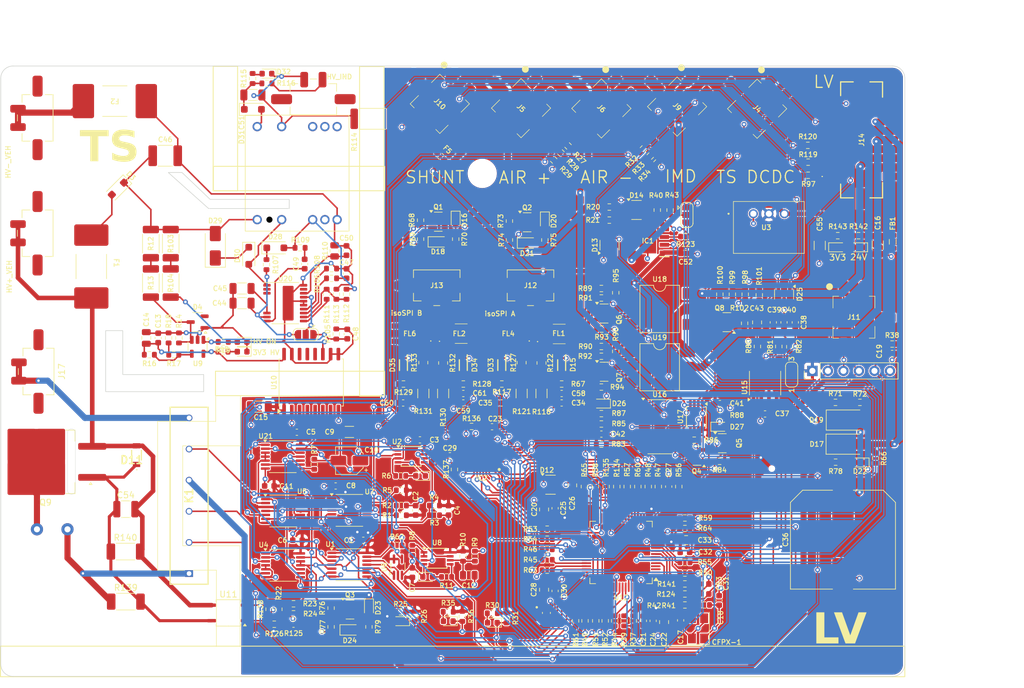
<source format=kicad_pcb>
(kicad_pcb
	(version 20240108)
	(generator "pcbnew")
	(generator_version "8.0")
	(general
		(thickness 1.6)
		(legacy_teardrops no)
	)
	(paper "A4")
	(layers
		(0 "F.Cu" signal)
		(1 "In1.Cu" signal)
		(2 "In2.Cu" signal)
		(31 "B.Cu" signal)
		(32 "B.Adhes" user "B.Adhesive")
		(33 "F.Adhes" user "F.Adhesive")
		(34 "B.Paste" user)
		(35 "F.Paste" user)
		(36 "B.SilkS" user "B.Silkscreen")
		(37 "F.SilkS" user "F.Silkscreen")
		(38 "B.Mask" user)
		(39 "F.Mask" user)
		(40 "Dwgs.User" user "User.Drawings")
		(41 "Cmts.User" user "User.Comments")
		(42 "Eco1.User" user "User.Eco1")
		(43 "Eco2.User" user "User.Eco2")
		(44 "Edge.Cuts" user)
		(45 "Margin" user)
		(46 "B.CrtYd" user "B.Courtyard")
		(47 "F.CrtYd" user "F.Courtyard")
		(48 "B.Fab" user)
		(49 "F.Fab" user)
		(50 "User.1" user)
		(51 "User.2" user)
		(52 "User.3" user)
		(53 "User.4" user)
		(54 "User.5" user)
		(55 "User.6" user)
		(56 "User.7" user)
		(57 "User.8" user)
		(58 "User.9" user)
	)
	(setup
		(stackup
			(layer "F.SilkS"
				(type "Top Silk Screen")
			)
			(layer "F.Paste"
				(type "Top Solder Paste")
			)
			(layer "F.Mask"
				(type "Top Solder Mask")
				(thickness 0.01)
			)
			(layer "F.Cu"
				(type "copper")
				(thickness 0.035)
			)
			(layer "dielectric 1"
				(type "prepreg")
				(thickness 0.1)
				(material "FR4")
				(epsilon_r 4.5)
				(loss_tangent 0.02)
			)
			(layer "In1.Cu"
				(type "copper")
				(thickness 0.035)
			)
			(layer "dielectric 2"
				(type "core")
				(thickness 1.24)
				(material "FR4")
				(epsilon_r 4.5)
				(loss_tangent 0.02)
			)
			(layer "In2.Cu"
				(type "copper")
				(thickness 0.035)
			)
			(layer "dielectric 3"
				(type "prepreg")
				(thickness 0.1)
				(material "FR4")
				(epsilon_r 4.5)
				(loss_tangent 0.02)
			)
			(layer "B.Cu"
				(type "copper")
				(thickness 0.035)
			)
			(layer "B.Mask"
				(type "Bottom Solder Mask")
				(thickness 0.01)
			)
			(layer "B.Paste"
				(type "Bottom Solder Paste")
			)
			(layer "B.SilkS"
				(type "Bottom Silk Screen")
			)
			(copper_finish "None")
			(dielectric_constraints no)
		)
		(pad_to_mask_clearance 0)
		(allow_soldermask_bridges_in_footprints no)
		(pcbplotparams
			(layerselection 0x00010fc_ffffffff)
			(plot_on_all_layers_selection 0x0000000_00000000)
			(disableapertmacros no)
			(usegerberextensions no)
			(usegerberattributes yes)
			(usegerberadvancedattributes yes)
			(creategerberjobfile yes)
			(dashed_line_dash_ratio 12.000000)
			(dashed_line_gap_ratio 3.000000)
			(svgprecision 4)
			(plotframeref no)
			(viasonmask no)
			(mode 1)
			(useauxorigin no)
			(hpglpennumber 1)
			(hpglpenspeed 20)
			(hpglpendiameter 15.000000)
			(pdf_front_fp_property_popups yes)
			(pdf_back_fp_property_popups yes)
			(dxfpolygonmode yes)
			(dxfimperialunits yes)
			(dxfusepcbnewfont yes)
			(psnegative no)
			(psa4output no)
			(plotreference yes)
			(plotvalue yes)
			(plotfptext yes)
			(plotinvisibletext no)
			(sketchpadsonfab no)
			(subtractmaskfromsilk no)
			(outputformat 1)
			(mirror no)
			(drillshape 1)
			(scaleselection 1)
			(outputdirectory "")
		)
	)
	(net 0 "")
	(net 1 "GND")
	(net 2 "+3V3")
	(net 3 "Net-(U8-~{PRE})")
	(net 4 "Net-(U8-~{CLR})")
	(net 5 "/TSAL/HV_Active_Detection/3V3_HV")
	(net 6 "HV-_Vehicle_Side")
	(net 7 "Net-(C17-Pad2)")
	(net 8 "/MCU/RCC_OSC_OUT")
	(net 9 "/MCU/NRST")
	(net 10 "Net-(C26-Pad2)")
	(net 11 "Net-(C28-Pad2)")
	(net 12 "Net-(J10-Pin_4)")
	(net 13 "/MCU/LV_I_measure")
	(net 14 "/CAN_Transceiver/CarCAN_HIGH")
	(net 15 "/CAN_Transceiver/V_{ref}")
	(net 16 "Net-(Q8-G)")
	(net 17 "Net-(JP2-B)")
	(net 18 "Net-(U20-INTVcc)")
	(net 19 "HV+_Vehicle_Side_Fused")
	(net 20 "Net-(C47-Pad1)")
	(net 21 "/HV_Indicator/ENABLE")
	(net 22 "Net-(C49-Pad1)")
	(net 23 "Net-(U20-DCM)")
	(net 24 "Net-(U20-SOURCE)")
	(net 25 "Net-(D32-K)")
	(net 26 "Net-(D31-K)")
	(net 27 "Net-(D1-A)")
	(net 28 "Net-(D2-A)")
	(net 29 "/TSAL/HV_Active_Detection/HV_1")
	(net 30 "Net-(D4-K)")
	(net 31 "Net-(D5-A)")
	(net 32 "Net-(D6-A)")
	(net 33 "/MCU/Precharge_Closed")
	(net 34 "Net-(D7-A)")
	(net 35 "Net-(D8-A)")
	(net 36 "/MCU/AIR+_Closed")
	(net 37 "Net-(D9-A)")
	(net 38 "/MCU/AIR-_Closed")
	(net 39 "Net-(D19-A)")
	(net 40 "Net-(D16-A)")
	(net 41 "/Relay_Driver/Relay_2")
	(net 42 "/Relay_Driver/Relay_1")
	(net 43 "/Relay_0")
	(net 44 "/MCU/TEMP_TSDCDC")
	(net 45 "/Relay_Driver/Relay_3")
	(net 46 "Net-(D20-A)")
	(net 47 "Net-(D22-A)")
	(net 48 "Net-(D23-A)")
	(net 49 "/Relay_Driver/Relay_4")
	(net 50 "Net-(D26-A)")
	(net 51 "Net-(D27-A)")
	(net 52 "Net-(D28-K)")
	(net 53 "Net-(D28-A)")
	(net 54 "Net-(D29-A1)")
	(net 55 "Net-(D30-A)")
	(net 56 "Net-(D31-A)")
	(net 57 "Net-(D32-A)")
	(net 58 "/CAN_Transceiver/CarCAN_LOW")
	(net 59 "/IO/IMD_M")
	(net 60 "+24V")
	(net 61 "Net-(J14-Pin_2)")
	(net 62 "unconnected-(IC1-IS-Pad4)")
	(net 63 "Net-(IC1-DEN)")
	(net 64 "unconnected-(IC1-NC-Pad5)")
	(net 65 "/IO/IMD_Power")
	(net 66 "Net-(U12-PB15)")
	(net 67 "/IO/TSAL_GREEN")
	(net 68 "/MCU/~{AMS_ERROR_LED}")
	(net 69 "/MCU/~{IMD_ERROR_LED}")
	(net 70 "Net-(J14-Pin_3)")
	(net 71 "Net-(J14-Pin_5)")
	(net 72 "/MCU/Trace_SWO")
	(net 73 "/MCU/SWDIO_1")
	(net 74 "/MCU/SWCLK_1")
	(net 75 "Net-(JP1-C)")
	(net 76 "Net-(JP2-C)")
	(net 77 "Net-(JP3-C)")
	(net 78 "Net-(Q1-G)")
	(net 79 "Net-(Q2-G)")
	(net 80 "Net-(Q3-G)")
	(net 81 "/SDC_Latching/~{AMS_Error}")
	(net 82 "Net-(Q4-D)")
	(net 83 "/SDC_Latching/~{IMD_Error}")
	(net 84 "Net-(Q5-D)")
	(net 85 "Net-(Q6-G)")
	(net 86 "Net-(Q6-D)")
	(net 87 "Net-(Q7-D)")
	(net 88 "Net-(Q7-G)")
	(net 89 "Net-(Q8-D)")
	(net 90 "Net-(Q8-S)")
	(net 91 "/TSAL/Comp_Ref_Low")
	(net 92 "/TSAL/Comp_Ref_Closed")
	(net 93 "/TSAL/Relay_State_Detection/~{Short}")
	(net 94 "/TSAL/~{TS_Error}")
	(net 95 "Net-(U8-C)")
	(net 96 "/MCU/TS_Error")
	(net 97 "Net-(R12-Pad2)")
	(net 98 "Net-(U9--)")
	(net 99 "Net-(R17-Pad2)")
	(net 100 "Net-(U10-IND)")
	(net 101 "/Relay_Driver/aux_out0")
	(net 102 "/Relay_Driver/aux_in0")
	(net 103 "/Relay_Driver/aux_out1")
	(net 104 "/Relay_Driver/aux_in1")
	(net 105 "/Relay_Driver/aux_out2")
	(net 106 "/Relay_Driver/aux_in2")
	(net 107 "/MCU/SDC_closed")
	(net 108 "Net-(U12-PC9)")
	(net 109 "Net-(U12-BOOT0)")
	(net 110 "/MCU/Status_LED_R")
	(net 111 "Net-(D37-A)")
	(net 112 "/MCU/Status_LED_G")
	(net 113 "Net-(U12-PC2)")
	(net 114 "/MCU/Status_LED_B")
	(net 115 "Net-(U12-PA3)")
	(net 116 "Net-(U12-PA7)")
	(net 117 "Net-(U12-PB0)")
	(net 118 "Net-(U12-PA2)")
	(net 119 "Net-(U12-PA6)")
	(net 120 "Net-(U12-PA14)")
	(net 121 "Net-(U12-PA1)")
	(net 122 "/MCU/HV_Active")
	(net 123 "Net-(U12-PA13)")
	(net 124 "Net-(U12-PA0)")
	(net 125 "/MCU/AIR+_Control")
	(net 126 "/MCU/AIR-_Control")
	(net 127 "/MCU/Precharge_Control")
	(net 128 "Net-(U15-Rs)")
	(net 129 "Net-(U16A-C)")
	(net 130 "Net-(U16B-C)")
	(net 131 "Net-(U16A-Q)")
	(net 132 "Net-(U16B-Q)")
	(net 133 "Net-(U16A-~{Q})")
	(net 134 "Net-(U16B-~{Q})")
	(net 135 "Net-(R95-Pad2)")
	(net 136 "Net-(R96-Pad2)")
	(net 137 "/SDC_Latching/Reset_Signal")
	(net 138 "Net-(R103-Pad2)")
	(net 139 "Net-(U20-Vc)")
	(net 140 "Net-(U20-IREG{slash}SS)")
	(net 141 "Net-(U20-TC)")
	(net 142 "Net-(U20-FB)")
	(net 143 "Net-(J8-Pin_2)")
	(net 144 "/TSAL/Mismatch_Relay_2")
	(net 145 "/TSAL/Mismatch_Relay_1")
	(net 146 "Net-(U1-Pad11)")
	(net 147 "/TSAL/AIRs_Closed")
	(net 148 "/TSAL/Mismatch_Relay_3")
	(net 149 "/TSAL/HV_Inactive")
	(net 150 "/TSAL/TS_OK")
	(net 151 "Net-(U2-Pad1)")
	(net 152 "/TSAL/Relay_Mismatch")
	(net 153 "unconnected-(U5-Pad14)")
	(net 154 "unconnected-(U5-Pad13)")
	(net 155 "/TSAL/HV_Mismatch")
	(net 156 "unconnected-(U10-OUTA-Pad14)")
	(net 157 "unconnected-(U10-INB-Pad4)")
	(net 158 "unconnected-(U10-INC-Pad12)")
	(net 159 "unconnected-(U10-INA-Pad3)")
	(net 160 "unconnected-(U10-OUTB-Pad13)")
	(net 161 "unconnected-(U10-OUTC-Pad5)")
	(net 162 "unconnected-(U10-NC-Pad7)")
	(net 163 "unconnected-(U12-PD2-Pad54)")
	(net 164 "unconnected-(U12-PC10-Pad51)")
	(net 165 "unconnected-(U12-PC12-Pad53)")
	(net 166 "/TSAL/HV_Active_Detection/-HV_1")
	(net 167 "Net-(FL1-Pad4)")
	(net 168 "Net-(FL1-Pad3)")
	(net 169 "unconnected-(U12-PC14-Pad3)")
	(net 170 "Net-(FL1-Pad2)")
	(net 171 "unconnected-(U12-PC11-Pad52)")
	(net 172 "Net-(FL1-Pad1)")
	(net 173 "Net-(FL2-Pad4)")
	(net 174 "Net-(FL2-Pad2)")
	(net 175 "unconnected-(U12-PC13-Pad2)")
	(net 176 "unconnected-(U12-PC15-Pad4)")
	(net 177 "Net-(FL2-Pad3)")
	(net 178 "/IO/IMD_VCC")
	(net 179 "/SDC_Latching/IMD_Latch_Reset")
	(net 180 "/SDC_Latching/AMS_Latch_Reset")
	(net 181 "/SDC_Latching/SDC_1")
	(net 182 "unconnected-(U18-Pad3)")
	(net 183 "Net-(U18-Pad5)")
	(net 184 "/IO/SDC_OUT")
	(net 185 "unconnected-(U19-Pad3)")
	(net 186 "/TSAL/Relay_Connection_Error")
	(net 187 "/IO/Reset_Button_Out")
	(net 188 "/CAN_Transceiver/CarCAN_RX")
	(net 189 "Net-(FL2-Pad1)")
	(net 190 "Net-(J12-Pin_1)")
	(net 191 "/CAN_Transceiver/CarCAN_TX")
	(net 192 "Net-(J12-Pin_2)")
	(net 193 "Net-(J13-Pin_1)")
	(net 194 "Net-(J13-Pin_2)")
	(net 195 "/MCU/WAKE2")
	(net 196 "/MCU/MSTR1")
	(net 197 "/MCU/SPI1_MISO")
	(net 198 "/MCU/SPI1_SCK")
	(net 199 "/MCU/WAKE1")
	(net 200 "/MCU/INTR1")
	(net 201 "/MCU/IMB")
	(net 202 "Net-(IC2-XCVRMD2)")
	(net 203 "Net-(IC2-XCVRMD)")
	(net 204 "/MCU/SPI2_SCK")
	(net 205 "/MCU/SPI1_NSS")
	(net 206 "/MCU/IPB")
	(net 207 "/MCU/MSTR2")
	(net 208 "/MCU/IPA")
	(net 209 "/MCU/INTR2")
	(net 210 "/MCU/SPI2_MISO")
	(net 211 "/MCU/SPI1_MOSI")
	(net 212 "/MCU/SPI2_NSS")
	(net 213 "/MCU/SPI2_MOSI")
	(net 214 "/MCU/IMA")
	(net 215 "Net-(J9-Pin_4)")
	(net 216 "Net-(J9-Pin_3)")
	(net 217 "/MCU/RCC_OSC_IN")
	(net 218 "Net-(U12-PC3)")
	(net 219 "Net-(U12-PA5)")
	(net 220 "Net-(U12-PC4)")
	(net 221 "Net-(U12-PB4)")
	(net 222 "Net-(U12-PC5)")
	(net 223 "Net-(U12-PA4)")
	(net 224 "Net-(U12-PB12)")
	(net 225 "Net-(U12-PB14)")
	(net 226 "Net-(U12-PA12)")
	(net 227 "Net-(U12-PB5)")
	(net 228 "Net-(C58-Pad1)")
	(net 229 "Net-(C61-Pad1)")
	(net 230 "Net-(D15-A2)")
	(net 231 "Net-(D34-A2)")
	(net 232 "unconnected-(U20-N.C.-Pad19)")
	(net 233 "Net-(U12-PA15)")
	(net 234 "Net-(D33-A2)")
	(net 235 "Net-(D35-A2)")
	(net 236 "/MCU/AMS_NERROR")
	(net 237 "Net-(D36-A)")
	(net 238 "Net-(D11-K)")
	(net 239 "/Relay_Driver/Precharge/HV+_Akku")
	(net 240 "Net-(K1-Pad2)")
	(net 241 "Net-(K1-Pad8)")
	(net 242 "Net-(Q9-D)")
	(net 243 "Net-(R126-Pad2)")
	(net 244 "HV+_VEH")
	(net 245 "Net-(U12-PB1)")
	(footprint "Resistor_SMD:R_1206_3216Metric" (layer "F.Cu") (at 123.65 92.35 -90))
	(footprint "FaSTTUBe_connectors:Micro_Mate-N-Lok_2x2p_vertical" (layer "F.Cu") (at 149.55 45.65 135))
	(footprint "Resistor_SMD:R_0603_1608Metric" (layer "F.Cu") (at 163.35 66.65 180))
	(footprint "Resistor_SMD:R_0805_2012Metric" (layer "F.Cu") (at 136.5 87.3 90))
	(footprint "Capacitor_SMD:C_0603_1608Metric" (layer "F.Cu") (at 166.374999 125.2 180))
	(footprint "Resistor_SMD:R_0603_1608Metric" (layer "F.Cu") (at 143.05 90.8 180))
	(footprint "Capacitor_SMD:C_0603_1608Metric" (layer "F.Cu") (at 181.3 80.7 90))
	(footprint "Resistor_SMD:R_2010_5025Metric" (layer "F.Cu") (at 79.05 74.25 -90))
	(footprint "Package_TO_SOT_SMD:SOT-23" (layer "F.Cu") (at 137.4 64.3))
	(footprint "MountingHole:MountingHole_4.3mm_M4" (layer "F.Cu") (at 63.85 56.25 -90))
	(footprint "Master:WCAP-ASLI_16" (layer "F.Cu") (at 189.1 116.3 90))
	(footprint "Capacitor_SMD:C_0603_1608Metric" (layer "F.Cu") (at 176.35 95.7 180))
	(footprint "Capacitor_SMD:C_0805_2012Metric" (layer "F.Cu") (at 75.05 83.25 90))
	(footprint "Capacitor_SMD:C_0603_1608Metric" (layer "F.Cu") (at 166.374999 123.55))
	(footprint "Resistor_SMD:R_0603_1608Metric" (layer "F.Cu") (at 149.6 81.8))
	(footprint "Capacitor_SMD:C_0603_1608Metric" (layer "F.Cu") (at 141.974999 111.15 90))
	(footprint "Capacitor_SMD:C_0603_1608Metric" (layer "F.Cu") (at 99.15 130.15 180))
	(footprint "Package_TO_SOT_SMD:SOT-353_SC-70-5_Handsoldering" (layer "F.Cu") (at 116.25 120.8 90))
	(footprint "Resistor_SMD:R_0603_1608Metric" (layer "F.Cu") (at 151.724999 129.6 -90))
	(footprint "FaSTTUBe_connectors:Micro_Mate-N-Lok_2x5p_vertical" (layer "F.Cu") (at 192.15 50.8 -90))
	(footprint "Resistor_SMD:R_0603_1608Metric" (layer "F.Cu") (at 140.674999 114.575 180))
	(footprint "Resistor_SMD:R_0603_1608Metric" (layer "F.Cu") (at 134.5 64.1 90))
	(footprint "LED_SMD:LED_0603_1608Metric" (layer "F.Cu") (at 90.7375 85.5 180))
	(footprint "Diode_SMD:D_SOD-123F" (layer "F.Cu") (at 92.5 45.8))
	(footprint "Resistor_SMD:R_0603_1608Metric" (layer "F.Cu") (at 124.48125 128.11))
	(footprint "Package_SO:SOIC-14_3.9x8.7mm_P1.27mm" (layer "F.Cu") (at 159.1 97.8))
	(footprint "LED_SMD:LED_0603_1608Metric" (layer "F.Cu") (at 94.8 39.95 180))
	(footprint "Capacitor_SMD:C_1206_3216Metric" (layer "F.Cu") (at 90.725 77.55))
	(footprint "Resistor_SMD:R_0603_1608Metric" (layer "F.Cu") (at 105.375 73.4875))
	(footprint "Capacitor_SMD:C_0805_2012Metric" (layer "F.Cu") (at 175.05 80.7 -90))
	(footprint "Capacitor_SMD:C_1206_3216Metric" (layer "F.Cu") (at 90.725 75.15))
	(footprint "Resistor_SMD:R_0603_1608Metric" (layer "F.Cu") (at 116.8 112.3 180))
	(footprint "LED_SMD:LED_0603_1608Metric" (layer "F.Cu") (at 90.7375 83.9 180))
	(footprint "Resistor_SMD:R_0603_1608Metric" (layer "F.Cu") (at 140.674999 116.225 180))
	(footprint "Capacitor_SMD:C_0603_1608Metric" (layer "F.Cu") (at 168.95 94))
	(footprint "Resistor_SMD:R_0603_1608Metric" (layer "F.Cu") (at 166.424999 126.999999))
	(footprint "Resistor_SMD:R_0603_1608Metric" (layer "F.Cu") (at 122.225 112.3))
	(footprint "Master:SOD2613X114N" (layer "F.Cu") (at 143.05 87.7 -90))
	(footprint "Resistor_SMD:R_0603_1608Metric"
		(layer "F.Cu")
		(uuid "198b0f73-c9ca-4705-99e0-7bc76a62a529")
		(at 144.1 51.8 -45)
		(descr "Resistor SMD 0603 (1608 Metric), square (rectangular) end terminal, IPC_7351 nominal, (Body size source: IPC-SM-782 page 72, https://www.pcb-3d.com/wordpress/wp-content/uploads/ipc-sm-782a_amendment_1_and_2.pdf), generated with kicad-footprint-generator")
		(tags "resistor")
		(property "Reference" "R27"
			(at 2.757716 0.070711 135)
			(layer "F.SilkS")
			(uuid "2b953f5d-3d52-4764-816b-a282f4271280")
			(effects
				(font
					(size 0.8 0.8)
					(thickness 0.15)
				)
			)
		)
		(property "Value" "120"
			(at 0 1.43 135)
			(layer "F.Fab")
			(uuid "c99c9fbd-c256-45b2-9dc7-9ce618a43259")
			(effects
				(font
					(size 1 1)
					(thickness 0.15)
				)
			)
		)
		(property "Footprint" "Resistor_SMD:R_0603_1608Metric"
			(at 0 0 -45)
			(unlocked yes)
			(layer "F.Fab")
			(hide yes)
			(uuid "ada7e9dd-c8e3-4ce9-8dcc-20a966b4d3ac")
			(effects
				(font
					(size 1.27 1.27)
				)
			)
		)
		(property "Datasheet" ""
			(at 0 0 -45)
			(unlocked yes)
			(layer "F.Fab")
			(hide yes)
			(uuid "8173d614-8a93-4581-a3b1-7d48e6e56cc2")
			(effects
				(font
					(size 1.27 1.27)
				)
			)
		)
		(property "Description" "Resistor"
			(at 0 0 -45)
			(unlocked yes)
			(layer "F.Fab")
			(hide yes)
			(uuid "9a3b1d48-2eb8-4565-9301-da4eb6f2c424")
			(effects
				(font
					(size 1.27 1.27)
				)
			)
		)
		(property ki_fp_filters "R_*")
		(path "/5ce1aa0c-f98f-4b94-80bd-f188cf4c57de/e649f750-43fb-4736-9da9-c800ce3f6889/5d98537b-1064-421a-8631-9a73bc20a1f5")
		(sheetname "Relay_State_Detection1")
		(sheetfile "Relay_State_Detection.kicad_sch")
		(attr smd)
		(fp_line
			(start -0.237258 0.5225)
			(end 0.237258 0.5225)
			(stroke
				(width 0.12)
				(type solid)
			)
			(layer "F.SilkS")
			(uuid "09ac7a76-12d8-4b00-bb74-17abd1b4d886")
		)
		(fp_line
			(start -0.237258 -0.5225)
			(end 0.237258 -0.5225)
			(stroke
				(width 0.12)
				(type solid)
			)
			(layer "F.SilkS")
			(uuid "d549a9fc-4670-44af-9c49-8f0943c23ff9")
		)
		(fp_line
			(start -1.48 0.73)
			(end -1.48 -0.73)
			(stroke
				(width 0.05)
				(type solid)
			)
			(layer "F.CrtYd")
			(uuid "f568fa98-5801-4db3-bf2f-3dbf6ec1af7c")
		)
		(fp_line
			(start -1.48 -0.73)
			(end 1.48 -0.73)
			(stroke
				(width 0.05)
				(type solid)
			)
			(layer "F.CrtYd")
			(uuid "283adc5f-6304-49c4-9d68-285df47f1d36")
		)
		(fp_line
			(start 1.48 0.73)
			(end -1.48 0.73)
			(stroke
				(width 0.05)
				(type solid)
			)
			(layer "F.CrtYd")
			(uuid "4e99c24e-4e8b-40f4-941b-bc0d4f844b3e")
		)
		(fp_line
			(start 1.48 -0.73)
			(end 1.48 0.73)
			(stroke
				(width 0.05)
				(type solid)
			)
			(layer "F.CrtYd")
			(uuid "aca13e37-f9ca-4579-bbee-8db4a290cb42")
		)
		(fp_line
			(start -0.8 0.4125)
			(end -0.8 -0.4125)
			(stroke
				(width 0.1)
				(type solid)
			)
			(layer "F.Fab")
			(uuid "6410d235-f9a0-4fdb-87c7-b1839a801cdf")
		)
		(fp_line
			(start -0.8 -0.4125)
			(end 0.8 -0.4125)
			(stroke
				(width 0.1)
				(type solid)
			)
			(layer "F.Fab")
			(uuid "1f7d09bb-16f6-4899-bcc0-2f097901d92a")
		)
		(fp_line
			(start 0.8 0.4125)
			(end -0.8 0.4125)
			(stroke
				(width 0.1)
				(type solid)
			)
			(layer "F.Fab")
			(uuid "30fcdc39-f22e-4811-87a9-0661ef417654")
		)
		(fp_line
			(start 0.8 -0.4125)
			(end 0.8 0.4125)
			(stroke
				(width 0.1)
				(type solid)
			)
			(layer "F.Fab")
			(uuid "74c10b7a-f0db-4d21-9a1d-a3e5edde0316")
		)
		(fp_text user "${REFERENCE}"
			(at 0 0 135)
			(layer "F.Fab")
			(uuid "6e0ae320-c37c-4e03-bf0a-1e6eae1645d8")
			(effects
				(font
					(size 0.4 0.4)
					(thickness 0.06)
				)
			)
		)
		(pad "1" smd roundrect
			(at -0.825 0 315)
			(size 0.8 0.95)
			(layers "F.Cu" "F.Paste" "F.Mask")
			(roundrect_rratio 0.25)
			(net 103 "/Relay_Driver/aux_out1")
			(pintype "passive")
			(uuid "2b4cda9c-ee45-421c-9d11-208416c3759b")
		)
		(pad "2" smd roundrect
			(at 0.825 
... [3422957 chars truncated]
</source>
